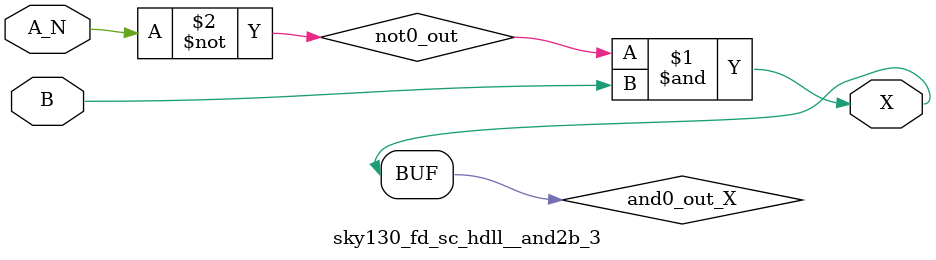
<source format=v>
module sky130_fd_sc_hdll__and2b_3 (
    X  ,
    A_N,
    B
);
    output X  ;
    input  A_N;
    input  B  ;
    wire not0_out  ;
    wire and0_out_X;
    not not0 (not0_out  , A_N            );
    and and0 (and0_out_X, not0_out, B    );
    buf buf0 (X         , and0_out_X     );
endmodule
</source>
